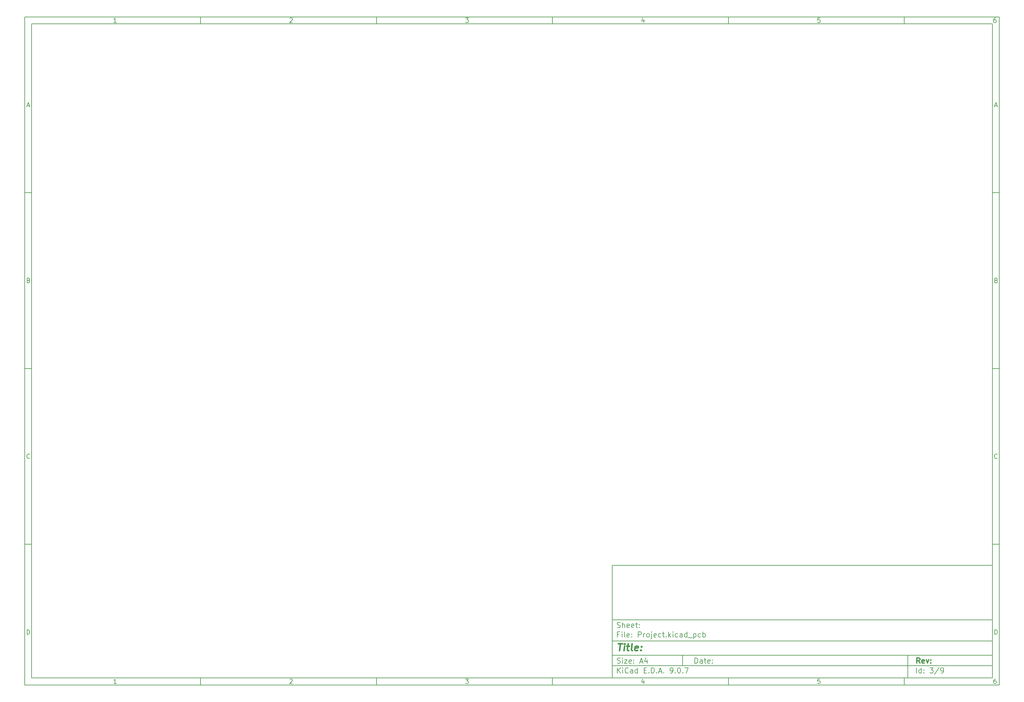
<source format=gtp>
%TF.GenerationSoftware,KiCad,Pcbnew,9.0.7*%
%TF.CreationDate,2026-02-26T16:53:45+05:30*%
%TF.ProjectId,Project,50726f6a-6563-4742-9e6b-696361645f70,rev?*%
%TF.SameCoordinates,Original*%
%TF.FileFunction,Paste,Top*%
%TF.FilePolarity,Positive*%
%FSLAX46Y46*%
G04 Gerber Fmt 4.6, Leading zero omitted, Abs format (unit mm)*
G04 Created by KiCad (PCBNEW 9.0.7) date 2026-02-26 16:53:45*
%MOMM*%
%LPD*%
G01*
G04 APERTURE LIST*
%ADD10C,0.100000*%
%ADD11C,0.150000*%
%ADD12C,0.300000*%
%ADD13C,0.400000*%
G04 APERTURE END LIST*
D10*
D11*
X177002200Y-166007200D02*
X285002200Y-166007200D01*
X285002200Y-198007200D01*
X177002200Y-198007200D01*
X177002200Y-166007200D01*
D10*
D11*
X10000000Y-10000000D02*
X287002200Y-10000000D01*
X287002200Y-200007200D01*
X10000000Y-200007200D01*
X10000000Y-10000000D01*
D10*
D11*
X12000000Y-12000000D02*
X285002200Y-12000000D01*
X285002200Y-198007200D01*
X12000000Y-198007200D01*
X12000000Y-12000000D01*
D10*
D11*
X60000000Y-12000000D02*
X60000000Y-10000000D01*
D10*
D11*
X110000000Y-12000000D02*
X110000000Y-10000000D01*
D10*
D11*
X160000000Y-12000000D02*
X160000000Y-10000000D01*
D10*
D11*
X210000000Y-12000000D02*
X210000000Y-10000000D01*
D10*
D11*
X260000000Y-12000000D02*
X260000000Y-10000000D01*
D10*
D11*
X36089160Y-11593604D02*
X35346303Y-11593604D01*
X35717731Y-11593604D02*
X35717731Y-10293604D01*
X35717731Y-10293604D02*
X35593922Y-10479319D01*
X35593922Y-10479319D02*
X35470112Y-10603128D01*
X35470112Y-10603128D02*
X35346303Y-10665033D01*
D10*
D11*
X85346303Y-10417414D02*
X85408207Y-10355509D01*
X85408207Y-10355509D02*
X85532017Y-10293604D01*
X85532017Y-10293604D02*
X85841541Y-10293604D01*
X85841541Y-10293604D02*
X85965350Y-10355509D01*
X85965350Y-10355509D02*
X86027255Y-10417414D01*
X86027255Y-10417414D02*
X86089160Y-10541223D01*
X86089160Y-10541223D02*
X86089160Y-10665033D01*
X86089160Y-10665033D02*
X86027255Y-10850747D01*
X86027255Y-10850747D02*
X85284398Y-11593604D01*
X85284398Y-11593604D02*
X86089160Y-11593604D01*
D10*
D11*
X135284398Y-10293604D02*
X136089160Y-10293604D01*
X136089160Y-10293604D02*
X135655826Y-10788842D01*
X135655826Y-10788842D02*
X135841541Y-10788842D01*
X135841541Y-10788842D02*
X135965350Y-10850747D01*
X135965350Y-10850747D02*
X136027255Y-10912652D01*
X136027255Y-10912652D02*
X136089160Y-11036461D01*
X136089160Y-11036461D02*
X136089160Y-11345985D01*
X136089160Y-11345985D02*
X136027255Y-11469795D01*
X136027255Y-11469795D02*
X135965350Y-11531700D01*
X135965350Y-11531700D02*
X135841541Y-11593604D01*
X135841541Y-11593604D02*
X135470112Y-11593604D01*
X135470112Y-11593604D02*
X135346303Y-11531700D01*
X135346303Y-11531700D02*
X135284398Y-11469795D01*
D10*
D11*
X185965350Y-10726938D02*
X185965350Y-11593604D01*
X185655826Y-10231700D02*
X185346303Y-11160271D01*
X185346303Y-11160271D02*
X186151064Y-11160271D01*
D10*
D11*
X236027255Y-10293604D02*
X235408207Y-10293604D01*
X235408207Y-10293604D02*
X235346303Y-10912652D01*
X235346303Y-10912652D02*
X235408207Y-10850747D01*
X235408207Y-10850747D02*
X235532017Y-10788842D01*
X235532017Y-10788842D02*
X235841541Y-10788842D01*
X235841541Y-10788842D02*
X235965350Y-10850747D01*
X235965350Y-10850747D02*
X236027255Y-10912652D01*
X236027255Y-10912652D02*
X236089160Y-11036461D01*
X236089160Y-11036461D02*
X236089160Y-11345985D01*
X236089160Y-11345985D02*
X236027255Y-11469795D01*
X236027255Y-11469795D02*
X235965350Y-11531700D01*
X235965350Y-11531700D02*
X235841541Y-11593604D01*
X235841541Y-11593604D02*
X235532017Y-11593604D01*
X235532017Y-11593604D02*
X235408207Y-11531700D01*
X235408207Y-11531700D02*
X235346303Y-11469795D01*
D10*
D11*
X285965350Y-10293604D02*
X285717731Y-10293604D01*
X285717731Y-10293604D02*
X285593922Y-10355509D01*
X285593922Y-10355509D02*
X285532017Y-10417414D01*
X285532017Y-10417414D02*
X285408207Y-10603128D01*
X285408207Y-10603128D02*
X285346303Y-10850747D01*
X285346303Y-10850747D02*
X285346303Y-11345985D01*
X285346303Y-11345985D02*
X285408207Y-11469795D01*
X285408207Y-11469795D02*
X285470112Y-11531700D01*
X285470112Y-11531700D02*
X285593922Y-11593604D01*
X285593922Y-11593604D02*
X285841541Y-11593604D01*
X285841541Y-11593604D02*
X285965350Y-11531700D01*
X285965350Y-11531700D02*
X286027255Y-11469795D01*
X286027255Y-11469795D02*
X286089160Y-11345985D01*
X286089160Y-11345985D02*
X286089160Y-11036461D01*
X286089160Y-11036461D02*
X286027255Y-10912652D01*
X286027255Y-10912652D02*
X285965350Y-10850747D01*
X285965350Y-10850747D02*
X285841541Y-10788842D01*
X285841541Y-10788842D02*
X285593922Y-10788842D01*
X285593922Y-10788842D02*
X285470112Y-10850747D01*
X285470112Y-10850747D02*
X285408207Y-10912652D01*
X285408207Y-10912652D02*
X285346303Y-11036461D01*
D10*
D11*
X60000000Y-198007200D02*
X60000000Y-200007200D01*
D10*
D11*
X110000000Y-198007200D02*
X110000000Y-200007200D01*
D10*
D11*
X160000000Y-198007200D02*
X160000000Y-200007200D01*
D10*
D11*
X210000000Y-198007200D02*
X210000000Y-200007200D01*
D10*
D11*
X260000000Y-198007200D02*
X260000000Y-200007200D01*
D10*
D11*
X36089160Y-199600804D02*
X35346303Y-199600804D01*
X35717731Y-199600804D02*
X35717731Y-198300804D01*
X35717731Y-198300804D02*
X35593922Y-198486519D01*
X35593922Y-198486519D02*
X35470112Y-198610328D01*
X35470112Y-198610328D02*
X35346303Y-198672233D01*
D10*
D11*
X85346303Y-198424614D02*
X85408207Y-198362709D01*
X85408207Y-198362709D02*
X85532017Y-198300804D01*
X85532017Y-198300804D02*
X85841541Y-198300804D01*
X85841541Y-198300804D02*
X85965350Y-198362709D01*
X85965350Y-198362709D02*
X86027255Y-198424614D01*
X86027255Y-198424614D02*
X86089160Y-198548423D01*
X86089160Y-198548423D02*
X86089160Y-198672233D01*
X86089160Y-198672233D02*
X86027255Y-198857947D01*
X86027255Y-198857947D02*
X85284398Y-199600804D01*
X85284398Y-199600804D02*
X86089160Y-199600804D01*
D10*
D11*
X135284398Y-198300804D02*
X136089160Y-198300804D01*
X136089160Y-198300804D02*
X135655826Y-198796042D01*
X135655826Y-198796042D02*
X135841541Y-198796042D01*
X135841541Y-198796042D02*
X135965350Y-198857947D01*
X135965350Y-198857947D02*
X136027255Y-198919852D01*
X136027255Y-198919852D02*
X136089160Y-199043661D01*
X136089160Y-199043661D02*
X136089160Y-199353185D01*
X136089160Y-199353185D02*
X136027255Y-199476995D01*
X136027255Y-199476995D02*
X135965350Y-199538900D01*
X135965350Y-199538900D02*
X135841541Y-199600804D01*
X135841541Y-199600804D02*
X135470112Y-199600804D01*
X135470112Y-199600804D02*
X135346303Y-199538900D01*
X135346303Y-199538900D02*
X135284398Y-199476995D01*
D10*
D11*
X185965350Y-198734138D02*
X185965350Y-199600804D01*
X185655826Y-198238900D02*
X185346303Y-199167471D01*
X185346303Y-199167471D02*
X186151064Y-199167471D01*
D10*
D11*
X236027255Y-198300804D02*
X235408207Y-198300804D01*
X235408207Y-198300804D02*
X235346303Y-198919852D01*
X235346303Y-198919852D02*
X235408207Y-198857947D01*
X235408207Y-198857947D02*
X235532017Y-198796042D01*
X235532017Y-198796042D02*
X235841541Y-198796042D01*
X235841541Y-198796042D02*
X235965350Y-198857947D01*
X235965350Y-198857947D02*
X236027255Y-198919852D01*
X236027255Y-198919852D02*
X236089160Y-199043661D01*
X236089160Y-199043661D02*
X236089160Y-199353185D01*
X236089160Y-199353185D02*
X236027255Y-199476995D01*
X236027255Y-199476995D02*
X235965350Y-199538900D01*
X235965350Y-199538900D02*
X235841541Y-199600804D01*
X235841541Y-199600804D02*
X235532017Y-199600804D01*
X235532017Y-199600804D02*
X235408207Y-199538900D01*
X235408207Y-199538900D02*
X235346303Y-199476995D01*
D10*
D11*
X285965350Y-198300804D02*
X285717731Y-198300804D01*
X285717731Y-198300804D02*
X285593922Y-198362709D01*
X285593922Y-198362709D02*
X285532017Y-198424614D01*
X285532017Y-198424614D02*
X285408207Y-198610328D01*
X285408207Y-198610328D02*
X285346303Y-198857947D01*
X285346303Y-198857947D02*
X285346303Y-199353185D01*
X285346303Y-199353185D02*
X285408207Y-199476995D01*
X285408207Y-199476995D02*
X285470112Y-199538900D01*
X285470112Y-199538900D02*
X285593922Y-199600804D01*
X285593922Y-199600804D02*
X285841541Y-199600804D01*
X285841541Y-199600804D02*
X285965350Y-199538900D01*
X285965350Y-199538900D02*
X286027255Y-199476995D01*
X286027255Y-199476995D02*
X286089160Y-199353185D01*
X286089160Y-199353185D02*
X286089160Y-199043661D01*
X286089160Y-199043661D02*
X286027255Y-198919852D01*
X286027255Y-198919852D02*
X285965350Y-198857947D01*
X285965350Y-198857947D02*
X285841541Y-198796042D01*
X285841541Y-198796042D02*
X285593922Y-198796042D01*
X285593922Y-198796042D02*
X285470112Y-198857947D01*
X285470112Y-198857947D02*
X285408207Y-198919852D01*
X285408207Y-198919852D02*
X285346303Y-199043661D01*
D10*
D11*
X10000000Y-60000000D02*
X12000000Y-60000000D01*
D10*
D11*
X10000000Y-110000000D02*
X12000000Y-110000000D01*
D10*
D11*
X10000000Y-160000000D02*
X12000000Y-160000000D01*
D10*
D11*
X10690476Y-35222176D02*
X11309523Y-35222176D01*
X10566666Y-35593604D02*
X10999999Y-34293604D01*
X10999999Y-34293604D02*
X11433333Y-35593604D01*
D10*
D11*
X11092857Y-84912652D02*
X11278571Y-84974557D01*
X11278571Y-84974557D02*
X11340476Y-85036461D01*
X11340476Y-85036461D02*
X11402380Y-85160271D01*
X11402380Y-85160271D02*
X11402380Y-85345985D01*
X11402380Y-85345985D02*
X11340476Y-85469795D01*
X11340476Y-85469795D02*
X11278571Y-85531700D01*
X11278571Y-85531700D02*
X11154761Y-85593604D01*
X11154761Y-85593604D02*
X10659523Y-85593604D01*
X10659523Y-85593604D02*
X10659523Y-84293604D01*
X10659523Y-84293604D02*
X11092857Y-84293604D01*
X11092857Y-84293604D02*
X11216666Y-84355509D01*
X11216666Y-84355509D02*
X11278571Y-84417414D01*
X11278571Y-84417414D02*
X11340476Y-84541223D01*
X11340476Y-84541223D02*
X11340476Y-84665033D01*
X11340476Y-84665033D02*
X11278571Y-84788842D01*
X11278571Y-84788842D02*
X11216666Y-84850747D01*
X11216666Y-84850747D02*
X11092857Y-84912652D01*
X11092857Y-84912652D02*
X10659523Y-84912652D01*
D10*
D11*
X11402380Y-135469795D02*
X11340476Y-135531700D01*
X11340476Y-135531700D02*
X11154761Y-135593604D01*
X11154761Y-135593604D02*
X11030952Y-135593604D01*
X11030952Y-135593604D02*
X10845238Y-135531700D01*
X10845238Y-135531700D02*
X10721428Y-135407890D01*
X10721428Y-135407890D02*
X10659523Y-135284080D01*
X10659523Y-135284080D02*
X10597619Y-135036461D01*
X10597619Y-135036461D02*
X10597619Y-134850747D01*
X10597619Y-134850747D02*
X10659523Y-134603128D01*
X10659523Y-134603128D02*
X10721428Y-134479319D01*
X10721428Y-134479319D02*
X10845238Y-134355509D01*
X10845238Y-134355509D02*
X11030952Y-134293604D01*
X11030952Y-134293604D02*
X11154761Y-134293604D01*
X11154761Y-134293604D02*
X11340476Y-134355509D01*
X11340476Y-134355509D02*
X11402380Y-134417414D01*
D10*
D11*
X10659523Y-185593604D02*
X10659523Y-184293604D01*
X10659523Y-184293604D02*
X10969047Y-184293604D01*
X10969047Y-184293604D02*
X11154761Y-184355509D01*
X11154761Y-184355509D02*
X11278571Y-184479319D01*
X11278571Y-184479319D02*
X11340476Y-184603128D01*
X11340476Y-184603128D02*
X11402380Y-184850747D01*
X11402380Y-184850747D02*
X11402380Y-185036461D01*
X11402380Y-185036461D02*
X11340476Y-185284080D01*
X11340476Y-185284080D02*
X11278571Y-185407890D01*
X11278571Y-185407890D02*
X11154761Y-185531700D01*
X11154761Y-185531700D02*
X10969047Y-185593604D01*
X10969047Y-185593604D02*
X10659523Y-185593604D01*
D10*
D11*
X287002200Y-60000000D02*
X285002200Y-60000000D01*
D10*
D11*
X287002200Y-110000000D02*
X285002200Y-110000000D01*
D10*
D11*
X287002200Y-160000000D02*
X285002200Y-160000000D01*
D10*
D11*
X285692676Y-35222176D02*
X286311723Y-35222176D01*
X285568866Y-35593604D02*
X286002199Y-34293604D01*
X286002199Y-34293604D02*
X286435533Y-35593604D01*
D10*
D11*
X286095057Y-84912652D02*
X286280771Y-84974557D01*
X286280771Y-84974557D02*
X286342676Y-85036461D01*
X286342676Y-85036461D02*
X286404580Y-85160271D01*
X286404580Y-85160271D02*
X286404580Y-85345985D01*
X286404580Y-85345985D02*
X286342676Y-85469795D01*
X286342676Y-85469795D02*
X286280771Y-85531700D01*
X286280771Y-85531700D02*
X286156961Y-85593604D01*
X286156961Y-85593604D02*
X285661723Y-85593604D01*
X285661723Y-85593604D02*
X285661723Y-84293604D01*
X285661723Y-84293604D02*
X286095057Y-84293604D01*
X286095057Y-84293604D02*
X286218866Y-84355509D01*
X286218866Y-84355509D02*
X286280771Y-84417414D01*
X286280771Y-84417414D02*
X286342676Y-84541223D01*
X286342676Y-84541223D02*
X286342676Y-84665033D01*
X286342676Y-84665033D02*
X286280771Y-84788842D01*
X286280771Y-84788842D02*
X286218866Y-84850747D01*
X286218866Y-84850747D02*
X286095057Y-84912652D01*
X286095057Y-84912652D02*
X285661723Y-84912652D01*
D10*
D11*
X286404580Y-135469795D02*
X286342676Y-135531700D01*
X286342676Y-135531700D02*
X286156961Y-135593604D01*
X286156961Y-135593604D02*
X286033152Y-135593604D01*
X286033152Y-135593604D02*
X285847438Y-135531700D01*
X285847438Y-135531700D02*
X285723628Y-135407890D01*
X285723628Y-135407890D02*
X285661723Y-135284080D01*
X285661723Y-135284080D02*
X285599819Y-135036461D01*
X285599819Y-135036461D02*
X285599819Y-134850747D01*
X285599819Y-134850747D02*
X285661723Y-134603128D01*
X285661723Y-134603128D02*
X285723628Y-134479319D01*
X285723628Y-134479319D02*
X285847438Y-134355509D01*
X285847438Y-134355509D02*
X286033152Y-134293604D01*
X286033152Y-134293604D02*
X286156961Y-134293604D01*
X286156961Y-134293604D02*
X286342676Y-134355509D01*
X286342676Y-134355509D02*
X286404580Y-134417414D01*
D10*
D11*
X285661723Y-185593604D02*
X285661723Y-184293604D01*
X285661723Y-184293604D02*
X285971247Y-184293604D01*
X285971247Y-184293604D02*
X286156961Y-184355509D01*
X286156961Y-184355509D02*
X286280771Y-184479319D01*
X286280771Y-184479319D02*
X286342676Y-184603128D01*
X286342676Y-184603128D02*
X286404580Y-184850747D01*
X286404580Y-184850747D02*
X286404580Y-185036461D01*
X286404580Y-185036461D02*
X286342676Y-185284080D01*
X286342676Y-185284080D02*
X286280771Y-185407890D01*
X286280771Y-185407890D02*
X286156961Y-185531700D01*
X286156961Y-185531700D02*
X285971247Y-185593604D01*
X285971247Y-185593604D02*
X285661723Y-185593604D01*
D10*
D11*
X200458026Y-193793328D02*
X200458026Y-192293328D01*
X200458026Y-192293328D02*
X200815169Y-192293328D01*
X200815169Y-192293328D02*
X201029455Y-192364757D01*
X201029455Y-192364757D02*
X201172312Y-192507614D01*
X201172312Y-192507614D02*
X201243741Y-192650471D01*
X201243741Y-192650471D02*
X201315169Y-192936185D01*
X201315169Y-192936185D02*
X201315169Y-193150471D01*
X201315169Y-193150471D02*
X201243741Y-193436185D01*
X201243741Y-193436185D02*
X201172312Y-193579042D01*
X201172312Y-193579042D02*
X201029455Y-193721900D01*
X201029455Y-193721900D02*
X200815169Y-193793328D01*
X200815169Y-193793328D02*
X200458026Y-193793328D01*
X202600884Y-193793328D02*
X202600884Y-193007614D01*
X202600884Y-193007614D02*
X202529455Y-192864757D01*
X202529455Y-192864757D02*
X202386598Y-192793328D01*
X202386598Y-192793328D02*
X202100884Y-192793328D01*
X202100884Y-192793328D02*
X201958026Y-192864757D01*
X202600884Y-193721900D02*
X202458026Y-193793328D01*
X202458026Y-193793328D02*
X202100884Y-193793328D01*
X202100884Y-193793328D02*
X201958026Y-193721900D01*
X201958026Y-193721900D02*
X201886598Y-193579042D01*
X201886598Y-193579042D02*
X201886598Y-193436185D01*
X201886598Y-193436185D02*
X201958026Y-193293328D01*
X201958026Y-193293328D02*
X202100884Y-193221900D01*
X202100884Y-193221900D02*
X202458026Y-193221900D01*
X202458026Y-193221900D02*
X202600884Y-193150471D01*
X203100884Y-192793328D02*
X203672312Y-192793328D01*
X203315169Y-192293328D02*
X203315169Y-193579042D01*
X203315169Y-193579042D02*
X203386598Y-193721900D01*
X203386598Y-193721900D02*
X203529455Y-193793328D01*
X203529455Y-193793328D02*
X203672312Y-193793328D01*
X204743741Y-193721900D02*
X204600884Y-193793328D01*
X204600884Y-193793328D02*
X204315170Y-193793328D01*
X204315170Y-193793328D02*
X204172312Y-193721900D01*
X204172312Y-193721900D02*
X204100884Y-193579042D01*
X204100884Y-193579042D02*
X204100884Y-193007614D01*
X204100884Y-193007614D02*
X204172312Y-192864757D01*
X204172312Y-192864757D02*
X204315170Y-192793328D01*
X204315170Y-192793328D02*
X204600884Y-192793328D01*
X204600884Y-192793328D02*
X204743741Y-192864757D01*
X204743741Y-192864757D02*
X204815170Y-193007614D01*
X204815170Y-193007614D02*
X204815170Y-193150471D01*
X204815170Y-193150471D02*
X204100884Y-193293328D01*
X205458026Y-193650471D02*
X205529455Y-193721900D01*
X205529455Y-193721900D02*
X205458026Y-193793328D01*
X205458026Y-193793328D02*
X205386598Y-193721900D01*
X205386598Y-193721900D02*
X205458026Y-193650471D01*
X205458026Y-193650471D02*
X205458026Y-193793328D01*
X205458026Y-192864757D02*
X205529455Y-192936185D01*
X205529455Y-192936185D02*
X205458026Y-193007614D01*
X205458026Y-193007614D02*
X205386598Y-192936185D01*
X205386598Y-192936185D02*
X205458026Y-192864757D01*
X205458026Y-192864757D02*
X205458026Y-193007614D01*
D10*
D11*
X177002200Y-194507200D02*
X285002200Y-194507200D01*
D10*
D11*
X178458026Y-196593328D02*
X178458026Y-195093328D01*
X179315169Y-196593328D02*
X178672312Y-195736185D01*
X179315169Y-195093328D02*
X178458026Y-195950471D01*
X179958026Y-196593328D02*
X179958026Y-195593328D01*
X179958026Y-195093328D02*
X179886598Y-195164757D01*
X179886598Y-195164757D02*
X179958026Y-195236185D01*
X179958026Y-195236185D02*
X180029455Y-195164757D01*
X180029455Y-195164757D02*
X179958026Y-195093328D01*
X179958026Y-195093328D02*
X179958026Y-195236185D01*
X181529455Y-196450471D02*
X181458027Y-196521900D01*
X181458027Y-196521900D02*
X181243741Y-196593328D01*
X181243741Y-196593328D02*
X181100884Y-196593328D01*
X181100884Y-196593328D02*
X180886598Y-196521900D01*
X180886598Y-196521900D02*
X180743741Y-196379042D01*
X180743741Y-196379042D02*
X180672312Y-196236185D01*
X180672312Y-196236185D02*
X180600884Y-195950471D01*
X180600884Y-195950471D02*
X180600884Y-195736185D01*
X180600884Y-195736185D02*
X180672312Y-195450471D01*
X180672312Y-195450471D02*
X180743741Y-195307614D01*
X180743741Y-195307614D02*
X180886598Y-195164757D01*
X180886598Y-195164757D02*
X181100884Y-195093328D01*
X181100884Y-195093328D02*
X181243741Y-195093328D01*
X181243741Y-195093328D02*
X181458027Y-195164757D01*
X181458027Y-195164757D02*
X181529455Y-195236185D01*
X182815170Y-196593328D02*
X182815170Y-195807614D01*
X182815170Y-195807614D02*
X182743741Y-195664757D01*
X182743741Y-195664757D02*
X182600884Y-195593328D01*
X182600884Y-195593328D02*
X182315170Y-195593328D01*
X182315170Y-195593328D02*
X182172312Y-195664757D01*
X182815170Y-196521900D02*
X182672312Y-196593328D01*
X182672312Y-196593328D02*
X182315170Y-196593328D01*
X182315170Y-196593328D02*
X182172312Y-196521900D01*
X182172312Y-196521900D02*
X182100884Y-196379042D01*
X182100884Y-196379042D02*
X182100884Y-196236185D01*
X182100884Y-196236185D02*
X182172312Y-196093328D01*
X182172312Y-196093328D02*
X182315170Y-196021900D01*
X182315170Y-196021900D02*
X182672312Y-196021900D01*
X182672312Y-196021900D02*
X182815170Y-195950471D01*
X184172313Y-196593328D02*
X184172313Y-195093328D01*
X184172313Y-196521900D02*
X184029455Y-196593328D01*
X184029455Y-196593328D02*
X183743741Y-196593328D01*
X183743741Y-196593328D02*
X183600884Y-196521900D01*
X183600884Y-196521900D02*
X183529455Y-196450471D01*
X183529455Y-196450471D02*
X183458027Y-196307614D01*
X183458027Y-196307614D02*
X183458027Y-195879042D01*
X183458027Y-195879042D02*
X183529455Y-195736185D01*
X183529455Y-195736185D02*
X183600884Y-195664757D01*
X183600884Y-195664757D02*
X183743741Y-195593328D01*
X183743741Y-195593328D02*
X184029455Y-195593328D01*
X184029455Y-195593328D02*
X184172313Y-195664757D01*
X186029455Y-195807614D02*
X186529455Y-195807614D01*
X186743741Y-196593328D02*
X186029455Y-196593328D01*
X186029455Y-196593328D02*
X186029455Y-195093328D01*
X186029455Y-195093328D02*
X186743741Y-195093328D01*
X187386598Y-196450471D02*
X187458027Y-196521900D01*
X187458027Y-196521900D02*
X187386598Y-196593328D01*
X187386598Y-196593328D02*
X187315170Y-196521900D01*
X187315170Y-196521900D02*
X187386598Y-196450471D01*
X187386598Y-196450471D02*
X187386598Y-196593328D01*
X188100884Y-196593328D02*
X188100884Y-195093328D01*
X188100884Y-195093328D02*
X188458027Y-195093328D01*
X188458027Y-195093328D02*
X188672313Y-195164757D01*
X188672313Y-195164757D02*
X188815170Y-195307614D01*
X188815170Y-195307614D02*
X188886599Y-195450471D01*
X188886599Y-195450471D02*
X188958027Y-195736185D01*
X188958027Y-195736185D02*
X188958027Y-195950471D01*
X188958027Y-195950471D02*
X188886599Y-196236185D01*
X188886599Y-196236185D02*
X188815170Y-196379042D01*
X188815170Y-196379042D02*
X188672313Y-196521900D01*
X188672313Y-196521900D02*
X188458027Y-196593328D01*
X188458027Y-196593328D02*
X188100884Y-196593328D01*
X189600884Y-196450471D02*
X189672313Y-196521900D01*
X189672313Y-196521900D02*
X189600884Y-196593328D01*
X189600884Y-196593328D02*
X189529456Y-196521900D01*
X189529456Y-196521900D02*
X189600884Y-196450471D01*
X189600884Y-196450471D02*
X189600884Y-196593328D01*
X190243742Y-196164757D02*
X190958028Y-196164757D01*
X190100885Y-196593328D02*
X190600885Y-195093328D01*
X190600885Y-195093328D02*
X191100885Y-196593328D01*
X191600884Y-196450471D02*
X191672313Y-196521900D01*
X191672313Y-196521900D02*
X191600884Y-196593328D01*
X191600884Y-196593328D02*
X191529456Y-196521900D01*
X191529456Y-196521900D02*
X191600884Y-196450471D01*
X191600884Y-196450471D02*
X191600884Y-196593328D01*
X193529456Y-196593328D02*
X193815170Y-196593328D01*
X193815170Y-196593328D02*
X193958027Y-196521900D01*
X193958027Y-196521900D02*
X194029456Y-196450471D01*
X194029456Y-196450471D02*
X194172313Y-196236185D01*
X194172313Y-196236185D02*
X194243742Y-195950471D01*
X194243742Y-195950471D02*
X194243742Y-195379042D01*
X194243742Y-195379042D02*
X194172313Y-195236185D01*
X194172313Y-195236185D02*
X194100885Y-195164757D01*
X194100885Y-195164757D02*
X193958027Y-195093328D01*
X193958027Y-195093328D02*
X193672313Y-195093328D01*
X193672313Y-195093328D02*
X193529456Y-195164757D01*
X193529456Y-195164757D02*
X193458027Y-195236185D01*
X193458027Y-195236185D02*
X193386599Y-195379042D01*
X193386599Y-195379042D02*
X193386599Y-195736185D01*
X193386599Y-195736185D02*
X193458027Y-195879042D01*
X193458027Y-195879042D02*
X193529456Y-195950471D01*
X193529456Y-195950471D02*
X193672313Y-196021900D01*
X193672313Y-196021900D02*
X193958027Y-196021900D01*
X193958027Y-196021900D02*
X194100885Y-195950471D01*
X194100885Y-195950471D02*
X194172313Y-195879042D01*
X194172313Y-195879042D02*
X194243742Y-195736185D01*
X194886598Y-196450471D02*
X194958027Y-196521900D01*
X194958027Y-196521900D02*
X194886598Y-196593328D01*
X194886598Y-196593328D02*
X194815170Y-196521900D01*
X194815170Y-196521900D02*
X194886598Y-196450471D01*
X194886598Y-196450471D02*
X194886598Y-196593328D01*
X195886599Y-195093328D02*
X196029456Y-195093328D01*
X196029456Y-195093328D02*
X196172313Y-195164757D01*
X196172313Y-195164757D02*
X196243742Y-195236185D01*
X196243742Y-195236185D02*
X196315170Y-195379042D01*
X196315170Y-195379042D02*
X196386599Y-195664757D01*
X196386599Y-195664757D02*
X196386599Y-196021900D01*
X196386599Y-196021900D02*
X196315170Y-196307614D01*
X196315170Y-196307614D02*
X196243742Y-196450471D01*
X196243742Y-196450471D02*
X196172313Y-196521900D01*
X196172313Y-196521900D02*
X196029456Y-196593328D01*
X196029456Y-196593328D02*
X195886599Y-196593328D01*
X195886599Y-196593328D02*
X195743742Y-196521900D01*
X195743742Y-196521900D02*
X195672313Y-196450471D01*
X195672313Y-196450471D02*
X195600884Y-196307614D01*
X195600884Y-196307614D02*
X195529456Y-196021900D01*
X195529456Y-196021900D02*
X195529456Y-195664757D01*
X195529456Y-195664757D02*
X195600884Y-195379042D01*
X195600884Y-195379042D02*
X195672313Y-195236185D01*
X195672313Y-195236185D02*
X195743742Y-195164757D01*
X195743742Y-195164757D02*
X195886599Y-195093328D01*
X197029455Y-196450471D02*
X197100884Y-196521900D01*
X197100884Y-196521900D02*
X197029455Y-196593328D01*
X197029455Y-196593328D02*
X196958027Y-196521900D01*
X196958027Y-196521900D02*
X197029455Y-196450471D01*
X197029455Y-196450471D02*
X197029455Y-196593328D01*
X197600884Y-195093328D02*
X198600884Y-195093328D01*
X198600884Y-195093328D02*
X197958027Y-196593328D01*
D10*
D11*
X177002200Y-191507200D02*
X285002200Y-191507200D01*
D10*
D12*
X264413853Y-193785528D02*
X263913853Y-193071242D01*
X263556710Y-193785528D02*
X263556710Y-192285528D01*
X263556710Y-192285528D02*
X264128139Y-192285528D01*
X264128139Y-192285528D02*
X264270996Y-192356957D01*
X264270996Y-192356957D02*
X264342425Y-192428385D01*
X264342425Y-192428385D02*
X264413853Y-192571242D01*
X264413853Y-192571242D02*
X264413853Y-192785528D01*
X264413853Y-192785528D02*
X264342425Y-192928385D01*
X264342425Y-192928385D02*
X264270996Y-192999814D01*
X264270996Y-192999814D02*
X264128139Y-193071242D01*
X264128139Y-193071242D02*
X263556710Y-193071242D01*
X265628139Y-193714100D02*
X265485282Y-193785528D01*
X265485282Y-193785528D02*
X265199568Y-193785528D01*
X265199568Y-193785528D02*
X265056710Y-193714100D01*
X265056710Y-193714100D02*
X264985282Y-193571242D01*
X264985282Y-193571242D02*
X264985282Y-192999814D01*
X264985282Y-192999814D02*
X265056710Y-192856957D01*
X265056710Y-192856957D02*
X265199568Y-192785528D01*
X265199568Y-192785528D02*
X265485282Y-192785528D01*
X265485282Y-192785528D02*
X265628139Y-192856957D01*
X265628139Y-192856957D02*
X265699568Y-192999814D01*
X265699568Y-192999814D02*
X265699568Y-193142671D01*
X265699568Y-193142671D02*
X264985282Y-193285528D01*
X266199567Y-192785528D02*
X266556710Y-193785528D01*
X266556710Y-193785528D02*
X266913853Y-192785528D01*
X267485281Y-193642671D02*
X267556710Y-193714100D01*
X267556710Y-193714100D02*
X267485281Y-193785528D01*
X267485281Y-193785528D02*
X267413853Y-193714100D01*
X267413853Y-193714100D02*
X267485281Y-193642671D01*
X267485281Y-193642671D02*
X267485281Y-193785528D01*
X267485281Y-192856957D02*
X267556710Y-192928385D01*
X267556710Y-192928385D02*
X267485281Y-192999814D01*
X267485281Y-192999814D02*
X267413853Y-192928385D01*
X267413853Y-192928385D02*
X267485281Y-192856957D01*
X267485281Y-192856957D02*
X267485281Y-192999814D01*
D10*
D11*
X178386598Y-193721900D02*
X178600884Y-193793328D01*
X178600884Y-193793328D02*
X178958026Y-193793328D01*
X178958026Y-193793328D02*
X179100884Y-193721900D01*
X179100884Y-193721900D02*
X179172312Y-193650471D01*
X179172312Y-193650471D02*
X179243741Y-193507614D01*
X179243741Y-193507614D02*
X179243741Y-193364757D01*
X179243741Y-193364757D02*
X179172312Y-193221900D01*
X179172312Y-193221900D02*
X179100884Y-193150471D01*
X179100884Y-193150471D02*
X178958026Y-193079042D01*
X178958026Y-193079042D02*
X178672312Y-193007614D01*
X178672312Y-193007614D02*
X178529455Y-192936185D01*
X178529455Y-192936185D02*
X178458026Y-192864757D01*
X178458026Y-192864757D02*
X178386598Y-192721900D01*
X178386598Y-192721900D02*
X178386598Y-192579042D01*
X178386598Y-192579042D02*
X178458026Y-192436185D01*
X178458026Y-192436185D02*
X178529455Y-192364757D01*
X178529455Y-192364757D02*
X178672312Y-192293328D01*
X178672312Y-192293328D02*
X179029455Y-192293328D01*
X179029455Y-192293328D02*
X179243741Y-192364757D01*
X179886597Y-193793328D02*
X179886597Y-192793328D01*
X179886597Y-192293328D02*
X179815169Y-192364757D01*
X179815169Y-192364757D02*
X179886597Y-192436185D01*
X179886597Y-192436185D02*
X179958026Y-192364757D01*
X179958026Y-192364757D02*
X179886597Y-192293328D01*
X179886597Y-192293328D02*
X179886597Y-192436185D01*
X180458026Y-192793328D02*
X181243741Y-192793328D01*
X181243741Y-192793328D02*
X180458026Y-193793328D01*
X180458026Y-193793328D02*
X181243741Y-193793328D01*
X182386598Y-193721900D02*
X182243741Y-193793328D01*
X182243741Y-193793328D02*
X181958027Y-193793328D01*
X181958027Y-193793328D02*
X181815169Y-193721900D01*
X181815169Y-193721900D02*
X181743741Y-193579042D01*
X181743741Y-193579042D02*
X181743741Y-193007614D01*
X181743741Y-193007614D02*
X181815169Y-192864757D01*
X181815169Y-192864757D02*
X181958027Y-192793328D01*
X181958027Y-192793328D02*
X182243741Y-192793328D01*
X182243741Y-192793328D02*
X182386598Y-192864757D01*
X182386598Y-192864757D02*
X182458027Y-193007614D01*
X182458027Y-193007614D02*
X182458027Y-193150471D01*
X182458027Y-193150471D02*
X181743741Y-193293328D01*
X183100883Y-193650471D02*
X183172312Y-193721900D01*
X183172312Y-193721900D02*
X183100883Y-193793328D01*
X183100883Y-193793328D02*
X183029455Y-193721900D01*
X183029455Y-193721900D02*
X183100883Y-193650471D01*
X183100883Y-193650471D02*
X183100883Y-193793328D01*
X183100883Y-192864757D02*
X183172312Y-192936185D01*
X183172312Y-192936185D02*
X183100883Y-193007614D01*
X183100883Y-193007614D02*
X183029455Y-192936185D01*
X183029455Y-192936185D02*
X183100883Y-192864757D01*
X183100883Y-192864757D02*
X183100883Y-193007614D01*
X184886598Y-193364757D02*
X185600884Y-193364757D01*
X184743741Y-193793328D02*
X185243741Y-192293328D01*
X185243741Y-192293328D02*
X185743741Y-193793328D01*
X186886598Y-192793328D02*
X186886598Y-193793328D01*
X186529455Y-192221900D02*
X186172312Y-193293328D01*
X186172312Y-193293328D02*
X187100883Y-193293328D01*
D10*
D11*
X263458026Y-196593328D02*
X263458026Y-195093328D01*
X264815170Y-196593328D02*
X264815170Y-195093328D01*
X264815170Y-196521900D02*
X264672312Y-196593328D01*
X264672312Y-196593328D02*
X264386598Y-196593328D01*
X264386598Y-196593328D02*
X264243741Y-196521900D01*
X264243741Y-196521900D02*
X264172312Y-196450471D01*
X264172312Y-196450471D02*
X264100884Y-196307614D01*
X264100884Y-196307614D02*
X264100884Y-195879042D01*
X264100884Y-195879042D02*
X264172312Y-195736185D01*
X264172312Y-195736185D02*
X264243741Y-195664757D01*
X264243741Y-195664757D02*
X264386598Y-195593328D01*
X264386598Y-195593328D02*
X264672312Y-195593328D01*
X264672312Y-195593328D02*
X264815170Y-195664757D01*
X265529455Y-196450471D02*
X265600884Y-196521900D01*
X265600884Y-196521900D02*
X265529455Y-196593328D01*
X265529455Y-196593328D02*
X265458027Y-196521900D01*
X265458027Y-196521900D02*
X265529455Y-196450471D01*
X265529455Y-196450471D02*
X265529455Y-196593328D01*
X265529455Y-195664757D02*
X265600884Y-195736185D01*
X265600884Y-195736185D02*
X265529455Y-195807614D01*
X265529455Y-195807614D02*
X265458027Y-195736185D01*
X265458027Y-195736185D02*
X265529455Y-195664757D01*
X265529455Y-195664757D02*
X265529455Y-195807614D01*
X267243741Y-195093328D02*
X268172313Y-195093328D01*
X268172313Y-195093328D02*
X267672313Y-195664757D01*
X267672313Y-195664757D02*
X267886598Y-195664757D01*
X267886598Y-195664757D02*
X268029456Y-195736185D01*
X268029456Y-195736185D02*
X268100884Y-195807614D01*
X268100884Y-195807614D02*
X268172313Y-195950471D01*
X268172313Y-195950471D02*
X268172313Y-196307614D01*
X268172313Y-196307614D02*
X268100884Y-196450471D01*
X268100884Y-196450471D02*
X268029456Y-196521900D01*
X268029456Y-196521900D02*
X267886598Y-196593328D01*
X267886598Y-196593328D02*
X267458027Y-196593328D01*
X267458027Y-196593328D02*
X267315170Y-196521900D01*
X267315170Y-196521900D02*
X267243741Y-196450471D01*
X269886598Y-195021900D02*
X268600884Y-196950471D01*
X270458027Y-196593328D02*
X270743741Y-196593328D01*
X270743741Y-196593328D02*
X270886598Y-196521900D01*
X270886598Y-196521900D02*
X270958027Y-196450471D01*
X270958027Y-196450471D02*
X271100884Y-196236185D01*
X271100884Y-196236185D02*
X271172313Y-195950471D01*
X271172313Y-195950471D02*
X271172313Y-195379042D01*
X271172313Y-195379042D02*
X271100884Y-195236185D01*
X271100884Y-195236185D02*
X271029456Y-195164757D01*
X271029456Y-195164757D02*
X270886598Y-195093328D01*
X270886598Y-195093328D02*
X270600884Y-195093328D01*
X270600884Y-195093328D02*
X270458027Y-195164757D01*
X270458027Y-195164757D02*
X270386598Y-195236185D01*
X270386598Y-195236185D02*
X270315170Y-195379042D01*
X270315170Y-195379042D02*
X270315170Y-195736185D01*
X270315170Y-195736185D02*
X270386598Y-195879042D01*
X270386598Y-195879042D02*
X270458027Y-195950471D01*
X270458027Y-195950471D02*
X270600884Y-196021900D01*
X270600884Y-196021900D02*
X270886598Y-196021900D01*
X270886598Y-196021900D02*
X271029456Y-195950471D01*
X271029456Y-195950471D02*
X271100884Y-195879042D01*
X271100884Y-195879042D02*
X271172313Y-195736185D01*
D10*
D11*
X177002200Y-187507200D02*
X285002200Y-187507200D01*
D10*
D13*
X178693928Y-188211638D02*
X179836785Y-188211638D01*
X179015357Y-190211638D02*
X179265357Y-188211638D01*
X180253452Y-190211638D02*
X180420119Y-188878304D01*
X180503452Y-188211638D02*
X180396309Y-188306876D01*
X180396309Y-188306876D02*
X180479643Y-188402114D01*
X180479643Y-188402114D02*
X180586786Y-188306876D01*
X180586786Y-188306876D02*
X180503452Y-188211638D01*
X180503452Y-188211638D02*
X180479643Y-188402114D01*
X181086786Y-188878304D02*
X181848690Y-188878304D01*
X181455833Y-188211638D02*
X181241548Y-189925923D01*
X181241548Y-189925923D02*
X181312976Y-190116400D01*
X181312976Y-190116400D02*
X181491548Y-190211638D01*
X181491548Y-190211638D02*
X181682024Y-190211638D01*
X182634405Y-190211638D02*
X182455833Y-190116400D01*
X182455833Y-190116400D02*
X182384405Y-189925923D01*
X182384405Y-189925923D02*
X182598690Y-188211638D01*
X184170119Y-190116400D02*
X183967738Y-190211638D01*
X183967738Y-190211638D02*
X183586785Y-190211638D01*
X183586785Y-190211638D02*
X183408214Y-190116400D01*
X183408214Y-190116400D02*
X183336785Y-189925923D01*
X183336785Y-189925923D02*
X183432024Y-189164019D01*
X183432024Y-189164019D02*
X183551071Y-188973542D01*
X183551071Y-188973542D02*
X183753452Y-188878304D01*
X183753452Y-188878304D02*
X184134404Y-188878304D01*
X184134404Y-188878304D02*
X184312976Y-188973542D01*
X184312976Y-188973542D02*
X184384404Y-189164019D01*
X184384404Y-189164019D02*
X184360595Y-189354495D01*
X184360595Y-189354495D02*
X183384404Y-189544971D01*
X185134405Y-190021161D02*
X185217738Y-190116400D01*
X185217738Y-190116400D02*
X185110595Y-190211638D01*
X185110595Y-190211638D02*
X185027262Y-190116400D01*
X185027262Y-190116400D02*
X185134405Y-190021161D01*
X185134405Y-190021161D02*
X185110595Y-190211638D01*
X185265357Y-188973542D02*
X185348690Y-189068780D01*
X185348690Y-189068780D02*
X185241548Y-189164019D01*
X185241548Y-189164019D02*
X185158214Y-189068780D01*
X185158214Y-189068780D02*
X185265357Y-188973542D01*
X185265357Y-188973542D02*
X185241548Y-189164019D01*
D10*
D11*
X178958026Y-185607614D02*
X178458026Y-185607614D01*
X178458026Y-186393328D02*
X178458026Y-184893328D01*
X178458026Y-184893328D02*
X179172312Y-184893328D01*
X179743740Y-186393328D02*
X179743740Y-185393328D01*
X179743740Y-184893328D02*
X179672312Y-184964757D01*
X179672312Y-184964757D02*
X179743740Y-185036185D01*
X179743740Y-185036185D02*
X179815169Y-184964757D01*
X179815169Y-184964757D02*
X179743740Y-184893328D01*
X179743740Y-184893328D02*
X179743740Y-185036185D01*
X180672312Y-186393328D02*
X180529455Y-186321900D01*
X180529455Y-186321900D02*
X180458026Y-186179042D01*
X180458026Y-186179042D02*
X180458026Y-184893328D01*
X181815169Y-186321900D02*
X181672312Y-186393328D01*
X181672312Y-186393328D02*
X181386598Y-186393328D01*
X181386598Y-186393328D02*
X181243740Y-186321900D01*
X181243740Y-186321900D02*
X181172312Y-186179042D01*
X181172312Y-186179042D02*
X181172312Y-185607614D01*
X181172312Y-185607614D02*
X181243740Y-185464757D01*
X181243740Y-185464757D02*
X181386598Y-185393328D01*
X181386598Y-185393328D02*
X181672312Y-185393328D01*
X181672312Y-185393328D02*
X181815169Y-185464757D01*
X181815169Y-185464757D02*
X181886598Y-185607614D01*
X181886598Y-185607614D02*
X181886598Y-185750471D01*
X181886598Y-185750471D02*
X181172312Y-185893328D01*
X182529454Y-186250471D02*
X182600883Y-186321900D01*
X182600883Y-186321900D02*
X182529454Y-186393328D01*
X182529454Y-186393328D02*
X182458026Y-186321900D01*
X182458026Y-186321900D02*
X182529454Y-186250471D01*
X182529454Y-186250471D02*
X182529454Y-186393328D01*
X182529454Y-185464757D02*
X182600883Y-185536185D01*
X182600883Y-185536185D02*
X182529454Y-185607614D01*
X182529454Y-185607614D02*
X182458026Y-185536185D01*
X182458026Y-185536185D02*
X182529454Y-185464757D01*
X182529454Y-185464757D02*
X182529454Y-185607614D01*
X184386597Y-186393328D02*
X184386597Y-184893328D01*
X184386597Y-184893328D02*
X184958026Y-184893328D01*
X184958026Y-184893328D02*
X185100883Y-184964757D01*
X185100883Y-184964757D02*
X185172312Y-185036185D01*
X185172312Y-185036185D02*
X185243740Y-185179042D01*
X185243740Y-185179042D02*
X185243740Y-185393328D01*
X185243740Y-185393328D02*
X185172312Y-185536185D01*
X185172312Y-185536185D02*
X185100883Y-185607614D01*
X185100883Y-185607614D02*
X184958026Y-185679042D01*
X184958026Y-185679042D02*
X184386597Y-185679042D01*
X185886597Y-186393328D02*
X185886597Y-185393328D01*
X185886597Y-185679042D02*
X185958026Y-185536185D01*
X185958026Y-185536185D02*
X186029455Y-185464757D01*
X186029455Y-185464757D02*
X186172312Y-185393328D01*
X186172312Y-185393328D02*
X186315169Y-185393328D01*
X187029454Y-186393328D02*
X186886597Y-186321900D01*
X186886597Y-186321900D02*
X186815168Y-186250471D01*
X186815168Y-186250471D02*
X186743740Y-186107614D01*
X186743740Y-186107614D02*
X186743740Y-185679042D01*
X186743740Y-185679042D02*
X186815168Y-185536185D01*
X186815168Y-185536185D02*
X186886597Y-185464757D01*
X186886597Y-185464757D02*
X187029454Y-185393328D01*
X187029454Y-185393328D02*
X187243740Y-185393328D01*
X187243740Y-185393328D02*
X187386597Y-185464757D01*
X187386597Y-185464757D02*
X187458026Y-185536185D01*
X187458026Y-185536185D02*
X187529454Y-185679042D01*
X187529454Y-185679042D02*
X187529454Y-186107614D01*
X187529454Y-186107614D02*
X187458026Y-186250471D01*
X187458026Y-186250471D02*
X187386597Y-186321900D01*
X187386597Y-186321900D02*
X187243740Y-186393328D01*
X187243740Y-186393328D02*
X187029454Y-186393328D01*
X188172311Y-185393328D02*
X188172311Y-186679042D01*
X188172311Y-186679042D02*
X188100883Y-186821900D01*
X188100883Y-186821900D02*
X187958026Y-186893328D01*
X187958026Y-186893328D02*
X187886597Y-186893328D01*
X188172311Y-184893328D02*
X188100883Y-184964757D01*
X188100883Y-184964757D02*
X188172311Y-185036185D01*
X188172311Y-185036185D02*
X188243740Y-184964757D01*
X188243740Y-184964757D02*
X188172311Y-184893328D01*
X188172311Y-184893328D02*
X188172311Y-185036185D01*
X189458026Y-186321900D02*
X189315169Y-186393328D01*
X189315169Y-186393328D02*
X189029455Y-186393328D01*
X189029455Y-186393328D02*
X188886597Y-186321900D01*
X188886597Y-186321900D02*
X188815169Y-186179042D01*
X188815169Y-186179042D02*
X188815169Y-185607614D01*
X188815169Y-185607614D02*
X188886597Y-185464757D01*
X188886597Y-185464757D02*
X189029455Y-185393328D01*
X189029455Y-185393328D02*
X189315169Y-185393328D01*
X189315169Y-185393328D02*
X189458026Y-185464757D01*
X189458026Y-185464757D02*
X189529455Y-185607614D01*
X189529455Y-185607614D02*
X189529455Y-185750471D01*
X189529455Y-185750471D02*
X188815169Y-185893328D01*
X190815169Y-186321900D02*
X190672311Y-186393328D01*
X190672311Y-186393328D02*
X190386597Y-186393328D01*
X190386597Y-186393328D02*
X190243740Y-186321900D01*
X190243740Y-186321900D02*
X190172311Y-186250471D01*
X190172311Y-186250471D02*
X190100883Y-186107614D01*
X190100883Y-186107614D02*
X190100883Y-185679042D01*
X190100883Y-185679042D02*
X190172311Y-185536185D01*
X190172311Y-185536185D02*
X190243740Y-185464757D01*
X190243740Y-185464757D02*
X190386597Y-185393328D01*
X190386597Y-185393328D02*
X190672311Y-185393328D01*
X190672311Y-185393328D02*
X190815169Y-185464757D01*
X191243740Y-185393328D02*
X191815168Y-185393328D01*
X191458025Y-184893328D02*
X191458025Y-186179042D01*
X191458025Y-186179042D02*
X191529454Y-186321900D01*
X191529454Y-186321900D02*
X191672311Y-186393328D01*
X191672311Y-186393328D02*
X191815168Y-186393328D01*
X192315168Y-186250471D02*
X192386597Y-186321900D01*
X192386597Y-186321900D02*
X192315168Y-186393328D01*
X192315168Y-186393328D02*
X192243740Y-186321900D01*
X192243740Y-186321900D02*
X192315168Y-186250471D01*
X192315168Y-186250471D02*
X192315168Y-186393328D01*
X193029454Y-186393328D02*
X193029454Y-184893328D01*
X193172312Y-185821900D02*
X193600883Y-186393328D01*
X193600883Y-185393328D02*
X193029454Y-185964757D01*
X194243740Y-186393328D02*
X194243740Y-185393328D01*
X194243740Y-184893328D02*
X194172312Y-184964757D01*
X194172312Y-184964757D02*
X194243740Y-185036185D01*
X194243740Y-185036185D02*
X194315169Y-184964757D01*
X194315169Y-184964757D02*
X194243740Y-184893328D01*
X194243740Y-184893328D02*
X194243740Y-185036185D01*
X195600884Y-186321900D02*
X195458026Y-186393328D01*
X195458026Y-186393328D02*
X195172312Y-186393328D01*
X195172312Y-186393328D02*
X195029455Y-186321900D01*
X195029455Y-186321900D02*
X194958026Y-186250471D01*
X194958026Y-186250471D02*
X194886598Y-186107614D01*
X194886598Y-186107614D02*
X194886598Y-185679042D01*
X194886598Y-185679042D02*
X194958026Y-185536185D01*
X194958026Y-185536185D02*
X195029455Y-185464757D01*
X195029455Y-185464757D02*
X195172312Y-185393328D01*
X195172312Y-185393328D02*
X195458026Y-185393328D01*
X195458026Y-185393328D02*
X195600884Y-185464757D01*
X196886598Y-186393328D02*
X196886598Y-185607614D01*
X196886598Y-185607614D02*
X196815169Y-185464757D01*
X196815169Y-185464757D02*
X196672312Y-185393328D01*
X196672312Y-185393328D02*
X196386598Y-185393328D01*
X196386598Y-185393328D02*
X196243740Y-185464757D01*
X196886598Y-186321900D02*
X196743740Y-186393328D01*
X196743740Y-186393328D02*
X196386598Y-186393328D01*
X196386598Y-186393328D02*
X196243740Y-186321900D01*
X196243740Y-186321900D02*
X196172312Y-186179042D01*
X196172312Y-186179042D02*
X196172312Y-186036185D01*
X196172312Y-186036185D02*
X196243740Y-185893328D01*
X196243740Y-185893328D02*
X196386598Y-185821900D01*
X196386598Y-185821900D02*
X196743740Y-185821900D01*
X196743740Y-185821900D02*
X196886598Y-185750471D01*
X198243741Y-186393328D02*
X198243741Y-184893328D01*
X198243741Y-186321900D02*
X198100883Y-186393328D01*
X198100883Y-186393328D02*
X197815169Y-186393328D01*
X197815169Y-186393328D02*
X197672312Y-186321900D01*
X197672312Y-186321900D02*
X197600883Y-186250471D01*
X197600883Y-186250471D02*
X197529455Y-186107614D01*
X197529455Y-186107614D02*
X197529455Y-185679042D01*
X197529455Y-185679042D02*
X197600883Y-185536185D01*
X197600883Y-185536185D02*
X197672312Y-185464757D01*
X197672312Y-185464757D02*
X197815169Y-185393328D01*
X197815169Y-185393328D02*
X198100883Y-185393328D01*
X198100883Y-185393328D02*
X198243741Y-185464757D01*
X198600884Y-186536185D02*
X199743741Y-186536185D01*
X200100883Y-185393328D02*
X200100883Y-186893328D01*
X200100883Y-185464757D02*
X200243741Y-185393328D01*
X200243741Y-185393328D02*
X200529455Y-185393328D01*
X200529455Y-185393328D02*
X200672312Y-185464757D01*
X200672312Y-185464757D02*
X200743741Y-185536185D01*
X200743741Y-185536185D02*
X200815169Y-185679042D01*
X200815169Y-185679042D02*
X200815169Y-186107614D01*
X200815169Y-186107614D02*
X200743741Y-186250471D01*
X200743741Y-186250471D02*
X200672312Y-186321900D01*
X200672312Y-186321900D02*
X200529455Y-186393328D01*
X200529455Y-186393328D02*
X200243741Y-186393328D01*
X200243741Y-186393328D02*
X200100883Y-186321900D01*
X202100884Y-186321900D02*
X201958026Y-186393328D01*
X201958026Y-186393328D02*
X201672312Y-186393328D01*
X201672312Y-186393328D02*
X201529455Y-186321900D01*
X201529455Y-186321900D02*
X201458026Y-186250471D01*
X201458026Y-186250471D02*
X201386598Y-186107614D01*
X201386598Y-186107614D02*
X201386598Y-185679042D01*
X201386598Y-185679042D02*
X201458026Y-185536185D01*
X201458026Y-185536185D02*
X201529455Y-185464757D01*
X201529455Y-185464757D02*
X201672312Y-185393328D01*
X201672312Y-185393328D02*
X201958026Y-185393328D01*
X201958026Y-185393328D02*
X202100884Y-185464757D01*
X202743740Y-186393328D02*
X202743740Y-184893328D01*
X202743740Y-185464757D02*
X202886598Y-185393328D01*
X202886598Y-185393328D02*
X203172312Y-185393328D01*
X203172312Y-185393328D02*
X203315169Y-185464757D01*
X203315169Y-185464757D02*
X203386598Y-185536185D01*
X203386598Y-185536185D02*
X203458026Y-185679042D01*
X203458026Y-185679042D02*
X203458026Y-186107614D01*
X203458026Y-186107614D02*
X203386598Y-186250471D01*
X203386598Y-186250471D02*
X203315169Y-186321900D01*
X203315169Y-186321900D02*
X203172312Y-186393328D01*
X203172312Y-186393328D02*
X202886598Y-186393328D01*
X202886598Y-186393328D02*
X202743740Y-186321900D01*
D10*
D11*
X177002200Y-181507200D02*
X285002200Y-181507200D01*
D10*
D11*
X178386598Y-183621900D02*
X178600884Y-183693328D01*
X178600884Y-183693328D02*
X178958026Y-183693328D01*
X178958026Y-183693328D02*
X179100884Y-183621900D01*
X179100884Y-183621900D02*
X179172312Y-183550471D01*
X179172312Y-183550471D02*
X179243741Y-183407614D01*
X179243741Y-183407614D02*
X179243741Y-183264757D01*
X179243741Y-183264757D02*
X179172312Y-183121900D01*
X179172312Y-183121900D02*
X179100884Y-183050471D01*
X179100884Y-183050471D02*
X178958026Y-182979042D01*
X178958026Y-182979042D02*
X178672312Y-182907614D01*
X178672312Y-182907614D02*
X178529455Y-182836185D01*
X178529455Y-182836185D02*
X178458026Y-182764757D01*
X178458026Y-182764757D02*
X178386598Y-182621900D01*
X178386598Y-182621900D02*
X178386598Y-182479042D01*
X178386598Y-182479042D02*
X178458026Y-182336185D01*
X178458026Y-182336185D02*
X178529455Y-182264757D01*
X178529455Y-182264757D02*
X178672312Y-182193328D01*
X178672312Y-182193328D02*
X179029455Y-182193328D01*
X179029455Y-182193328D02*
X179243741Y-182264757D01*
X179886597Y-183693328D02*
X179886597Y-182193328D01*
X180529455Y-183693328D02*
X180529455Y-182907614D01*
X180529455Y-182907614D02*
X180458026Y-182764757D01*
X180458026Y-182764757D02*
X180315169Y-182693328D01*
X180315169Y-182693328D02*
X180100883Y-182693328D01*
X180100883Y-182693328D02*
X179958026Y-182764757D01*
X179958026Y-182764757D02*
X179886597Y-182836185D01*
X181815169Y-183621900D02*
X181672312Y-183693328D01*
X181672312Y-183693328D02*
X181386598Y-183693328D01*
X181386598Y-183693328D02*
X181243740Y-183621900D01*
X181243740Y-183621900D02*
X181172312Y-183479042D01*
X181172312Y-183479042D02*
X181172312Y-182907614D01*
X181172312Y-182907614D02*
X181243740Y-182764757D01*
X181243740Y-182764757D02*
X181386598Y-182693328D01*
X181386598Y-182693328D02*
X181672312Y-182693328D01*
X181672312Y-182693328D02*
X181815169Y-182764757D01*
X181815169Y-182764757D02*
X181886598Y-182907614D01*
X181886598Y-182907614D02*
X181886598Y-183050471D01*
X181886598Y-183050471D02*
X181172312Y-183193328D01*
X183100883Y-183621900D02*
X182958026Y-183693328D01*
X182958026Y-183693328D02*
X182672312Y-183693328D01*
X182672312Y-183693328D02*
X182529454Y-183621900D01*
X182529454Y-183621900D02*
X182458026Y-183479042D01*
X182458026Y-183479042D02*
X182458026Y-182907614D01*
X182458026Y-182907614D02*
X182529454Y-182764757D01*
X182529454Y-182764757D02*
X182672312Y-182693328D01*
X182672312Y-182693328D02*
X182958026Y-182693328D01*
X182958026Y-182693328D02*
X183100883Y-182764757D01*
X183100883Y-182764757D02*
X183172312Y-182907614D01*
X183172312Y-182907614D02*
X183172312Y-183050471D01*
X183172312Y-183050471D02*
X182458026Y-183193328D01*
X183600883Y-182693328D02*
X184172311Y-182693328D01*
X183815168Y-182193328D02*
X183815168Y-183479042D01*
X183815168Y-183479042D02*
X183886597Y-183621900D01*
X183886597Y-183621900D02*
X184029454Y-183693328D01*
X184029454Y-183693328D02*
X184172311Y-183693328D01*
X184672311Y-183550471D02*
X184743740Y-183621900D01*
X184743740Y-183621900D02*
X184672311Y-183693328D01*
X184672311Y-183693328D02*
X184600883Y-183621900D01*
X184600883Y-183621900D02*
X184672311Y-183550471D01*
X184672311Y-183550471D02*
X184672311Y-183693328D01*
X184672311Y-182764757D02*
X184743740Y-182836185D01*
X184743740Y-182836185D02*
X184672311Y-182907614D01*
X184672311Y-182907614D02*
X184600883Y-182836185D01*
X184600883Y-182836185D02*
X184672311Y-182764757D01*
X184672311Y-182764757D02*
X184672311Y-182907614D01*
D10*
D11*
X197002200Y-191507200D02*
X197002200Y-194507200D01*
D10*
D11*
X261002200Y-191507200D02*
X261002200Y-198007200D01*
M02*

</source>
